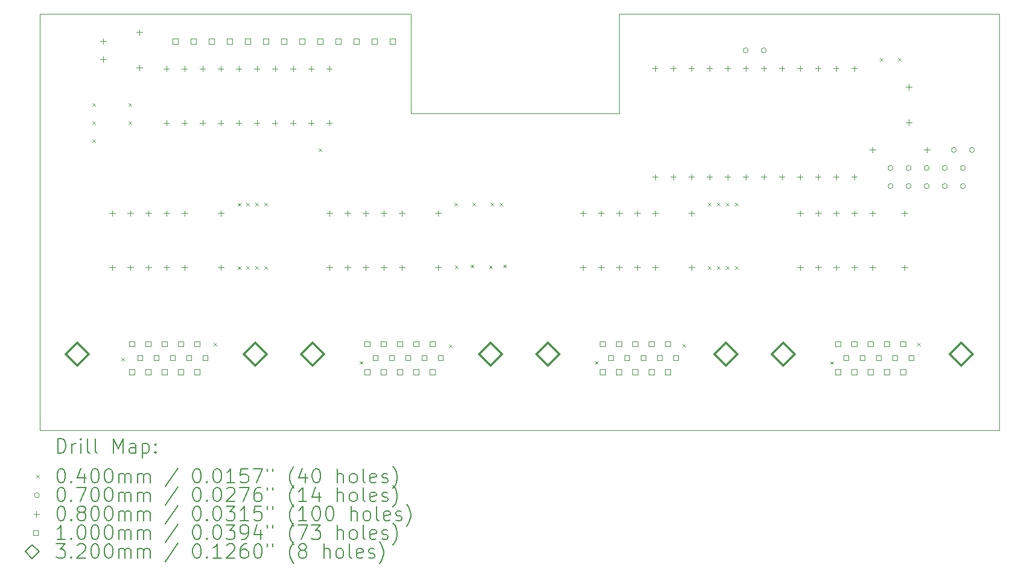
<source format=gbr>
%FSLAX45Y45*%
G04 Gerber Fmt 4.5, Leading zero omitted, Abs format (unit mm)*
G04 Created by KiCad (PCBNEW (6.0.0)) date 2022-03-13 17:59:33*
%MOMM*%
%LPD*%
G01*
G04 APERTURE LIST*
%TA.AperFunction,Profile*%
%ADD10C,0.100000*%
%TD*%
%ADD11C,0.200000*%
%ADD12C,0.040000*%
%ADD13C,0.070000*%
%ADD14C,0.080000*%
%ADD15C,0.100000*%
%ADD16C,0.320000*%
G04 APERTURE END LIST*
D10*
X15240000Y-13208000D02*
X15240000Y-12700000D01*
X9906000Y-12319000D02*
X9906000Y-12573000D01*
X15240000Y-12319000D02*
X15240000Y-12573000D01*
X6985000Y-13716000D02*
X6985000Y-12573000D01*
X9906000Y-12573000D02*
X9906000Y-13716000D01*
X1778000Y-12319000D02*
X1778000Y-18161000D01*
X2159000Y-12319000D02*
X1778000Y-12319000D01*
X9906000Y-12319000D02*
X15240000Y-12319000D01*
X2540000Y-12319000D02*
X2159000Y-12319000D01*
X15240000Y-18161000D02*
X15240000Y-13208000D01*
X1778000Y-18161000D02*
X15240000Y-18161000D01*
X15240000Y-12700000D02*
X15240000Y-12573000D01*
X9906000Y-13716000D02*
X6985000Y-13716000D01*
X6985000Y-12573000D02*
X6985000Y-12319000D01*
X6985000Y-12319000D02*
X2540000Y-12319000D01*
D11*
D12*
X2520000Y-13569000D02*
X2560000Y-13609000D01*
X2560000Y-13569000D02*
X2520000Y-13609000D01*
X2520000Y-13823000D02*
X2560000Y-13863000D01*
X2560000Y-13823000D02*
X2520000Y-13863000D01*
X2520000Y-14077000D02*
X2560000Y-14117000D01*
X2560000Y-14077000D02*
X2520000Y-14117000D01*
X2921320Y-17145320D02*
X2961320Y-17185320D01*
X2961320Y-17145320D02*
X2921320Y-17185320D01*
X3028000Y-13569000D02*
X3068000Y-13609000D01*
X3068000Y-13569000D02*
X3028000Y-13609000D01*
X3028000Y-13823000D02*
X3068000Y-13863000D01*
X3068000Y-13823000D02*
X3028000Y-13863000D01*
X4220530Y-16928150D02*
X4260530Y-16968150D01*
X4260530Y-16928150D02*
X4220530Y-16968150D01*
X4557080Y-14971080D02*
X4597080Y-15011080D01*
X4597080Y-14971080D02*
X4557080Y-15011080D01*
X4557080Y-15860080D02*
X4597080Y-15900080D01*
X4597080Y-15860080D02*
X4557080Y-15900080D01*
X4679000Y-14966000D02*
X4719000Y-15006000D01*
X4719000Y-14966000D02*
X4679000Y-15006000D01*
X4679000Y-15855000D02*
X4719000Y-15895000D01*
X4719000Y-15855000D02*
X4679000Y-15895000D01*
X4806000Y-14966000D02*
X4846000Y-15006000D01*
X4846000Y-14966000D02*
X4806000Y-15006000D01*
X4806000Y-15855000D02*
X4846000Y-15895000D01*
X4846000Y-15855000D02*
X4806000Y-15895000D01*
X4933000Y-14966000D02*
X4973000Y-15006000D01*
X4973000Y-14966000D02*
X4933000Y-15006000D01*
X4933000Y-15855000D02*
X4973000Y-15895000D01*
X4973000Y-15855000D02*
X4933000Y-15895000D01*
X5695000Y-14204000D02*
X5735000Y-14244000D01*
X5735000Y-14204000D02*
X5695000Y-14244000D01*
X6266500Y-17188500D02*
X6306500Y-17228500D01*
X6306500Y-17188500D02*
X6266500Y-17228500D01*
X7523800Y-16957360D02*
X7563800Y-16997360D01*
X7563800Y-16957360D02*
X7523800Y-16997360D01*
X7600000Y-14966000D02*
X7640000Y-15006000D01*
X7640000Y-14966000D02*
X7600000Y-15006000D01*
X7607620Y-15847380D02*
X7647620Y-15887380D01*
X7647620Y-15847380D02*
X7607620Y-15887380D01*
X7823520Y-15834680D02*
X7863520Y-15874680D01*
X7863520Y-15834680D02*
X7823520Y-15874680D01*
X7854000Y-14966000D02*
X7894000Y-15006000D01*
X7894000Y-14966000D02*
X7854000Y-15006000D01*
X8085140Y-15844840D02*
X8125140Y-15884840D01*
X8125140Y-15844840D02*
X8085140Y-15884840D01*
X8108000Y-14966000D02*
X8148000Y-15006000D01*
X8148000Y-14966000D02*
X8108000Y-15006000D01*
X8235000Y-14966000D02*
X8275000Y-15006000D01*
X8275000Y-14966000D02*
X8235000Y-15006000D01*
X8283260Y-15834680D02*
X8323260Y-15874680D01*
X8323260Y-15834680D02*
X8283260Y-15874680D01*
X9568500Y-17188500D02*
X9608500Y-17228500D01*
X9608500Y-17188500D02*
X9568500Y-17228500D01*
X10797860Y-16947200D02*
X10837860Y-16987200D01*
X10837860Y-16947200D02*
X10797860Y-16987200D01*
X11156000Y-14966000D02*
X11196000Y-15006000D01*
X11196000Y-14966000D02*
X11156000Y-15006000D01*
X11156000Y-15855000D02*
X11196000Y-15895000D01*
X11196000Y-15855000D02*
X11156000Y-15895000D01*
X11283000Y-14966000D02*
X11323000Y-15006000D01*
X11323000Y-14966000D02*
X11283000Y-15006000D01*
X11283000Y-15855000D02*
X11323000Y-15895000D01*
X11323000Y-15855000D02*
X11283000Y-15895000D01*
X11410000Y-14966000D02*
X11450000Y-15006000D01*
X11450000Y-14966000D02*
X11410000Y-15006000D01*
X11410000Y-15855000D02*
X11450000Y-15895000D01*
X11450000Y-15855000D02*
X11410000Y-15895000D01*
X11537000Y-14966000D02*
X11577000Y-15006000D01*
X11577000Y-14966000D02*
X11537000Y-15006000D01*
X11537000Y-15855000D02*
X11577000Y-15895000D01*
X11577000Y-15855000D02*
X11537000Y-15895000D01*
X12870500Y-17188500D02*
X12910500Y-17228500D01*
X12910500Y-17188500D02*
X12870500Y-17228500D01*
X13569000Y-12934000D02*
X13609000Y-12974000D01*
X13609000Y-12934000D02*
X13569000Y-12974000D01*
X13823000Y-12934000D02*
X13863000Y-12974000D01*
X13863000Y-12934000D02*
X13823000Y-12974000D01*
X14089700Y-16929420D02*
X14129700Y-16969420D01*
X14129700Y-16929420D02*
X14089700Y-16969420D01*
D13*
X11719000Y-12827000D02*
G75*
G03*
X11719000Y-12827000I-35000J0D01*
G01*
X11973000Y-12827000D02*
G75*
G03*
X11973000Y-12827000I-35000J0D01*
G01*
X13751000Y-14478000D02*
G75*
G03*
X13751000Y-14478000I-35000J0D01*
G01*
X13751000Y-14732000D02*
G75*
G03*
X13751000Y-14732000I-35000J0D01*
G01*
X14005000Y-14478000D02*
G75*
G03*
X14005000Y-14478000I-35000J0D01*
G01*
X14005000Y-14732000D02*
G75*
G03*
X14005000Y-14732000I-35000J0D01*
G01*
X14259000Y-14478000D02*
G75*
G03*
X14259000Y-14478000I-35000J0D01*
G01*
X14259000Y-14732000D02*
G75*
G03*
X14259000Y-14732000I-35000J0D01*
G01*
X14513000Y-14478000D02*
G75*
G03*
X14513000Y-14478000I-35000J0D01*
G01*
X14513000Y-14732000D02*
G75*
G03*
X14513000Y-14732000I-35000J0D01*
G01*
X14640000Y-14224000D02*
G75*
G03*
X14640000Y-14224000I-35000J0D01*
G01*
X14767000Y-14478000D02*
G75*
G03*
X14767000Y-14478000I-35000J0D01*
G01*
X14767000Y-14732000D02*
G75*
G03*
X14767000Y-14732000I-35000J0D01*
G01*
X14894000Y-14224000D02*
G75*
G03*
X14894000Y-14224000I-35000J0D01*
G01*
D14*
X2667000Y-12660000D02*
X2667000Y-12740000D01*
X2627000Y-12700000D02*
X2707000Y-12700000D01*
X2667000Y-12910000D02*
X2667000Y-12990000D01*
X2627000Y-12950000D02*
X2707000Y-12950000D01*
X2794000Y-15073000D02*
X2794000Y-15153000D01*
X2754000Y-15113000D02*
X2834000Y-15113000D01*
X2794000Y-15835000D02*
X2794000Y-15915000D01*
X2754000Y-15875000D02*
X2834000Y-15875000D01*
X3048000Y-15073000D02*
X3048000Y-15153000D01*
X3008000Y-15113000D02*
X3088000Y-15113000D01*
X3048000Y-15835000D02*
X3048000Y-15915000D01*
X3008000Y-15875000D02*
X3088000Y-15875000D01*
X3175000Y-12533000D02*
X3175000Y-12613000D01*
X3135000Y-12573000D02*
X3215000Y-12573000D01*
X3175000Y-13033000D02*
X3175000Y-13113000D01*
X3135000Y-13073000D02*
X3215000Y-13073000D01*
X3302000Y-15073000D02*
X3302000Y-15153000D01*
X3262000Y-15113000D02*
X3342000Y-15113000D01*
X3302000Y-15835000D02*
X3302000Y-15915000D01*
X3262000Y-15875000D02*
X3342000Y-15875000D01*
X3555500Y-13042000D02*
X3555500Y-13122000D01*
X3515500Y-13082000D02*
X3595500Y-13082000D01*
X3555500Y-13804000D02*
X3555500Y-13884000D01*
X3515500Y-13844000D02*
X3595500Y-13844000D01*
X3556000Y-15073000D02*
X3556000Y-15153000D01*
X3516000Y-15113000D02*
X3596000Y-15113000D01*
X3556000Y-15835000D02*
X3556000Y-15915000D01*
X3516000Y-15875000D02*
X3596000Y-15875000D01*
X3809500Y-13042000D02*
X3809500Y-13122000D01*
X3769500Y-13082000D02*
X3849500Y-13082000D01*
X3809500Y-13804000D02*
X3809500Y-13884000D01*
X3769500Y-13844000D02*
X3849500Y-13844000D01*
X3810000Y-15073000D02*
X3810000Y-15153000D01*
X3770000Y-15113000D02*
X3850000Y-15113000D01*
X3810000Y-15835000D02*
X3810000Y-15915000D01*
X3770000Y-15875000D02*
X3850000Y-15875000D01*
X4063500Y-13042000D02*
X4063500Y-13122000D01*
X4023500Y-13082000D02*
X4103500Y-13082000D01*
X4063500Y-13804000D02*
X4063500Y-13884000D01*
X4023500Y-13844000D02*
X4103500Y-13844000D01*
X4317500Y-13042000D02*
X4317500Y-13122000D01*
X4277500Y-13082000D02*
X4357500Y-13082000D01*
X4317500Y-13804000D02*
X4317500Y-13884000D01*
X4277500Y-13844000D02*
X4357500Y-13844000D01*
X4318000Y-15073000D02*
X4318000Y-15153000D01*
X4278000Y-15113000D02*
X4358000Y-15113000D01*
X4318000Y-15835000D02*
X4318000Y-15915000D01*
X4278000Y-15875000D02*
X4358000Y-15875000D01*
X4571500Y-13042000D02*
X4571500Y-13122000D01*
X4531500Y-13082000D02*
X4611500Y-13082000D01*
X4571500Y-13804000D02*
X4571500Y-13884000D01*
X4531500Y-13844000D02*
X4611500Y-13844000D01*
X4825500Y-13042000D02*
X4825500Y-13122000D01*
X4785500Y-13082000D02*
X4865500Y-13082000D01*
X4825500Y-13804000D02*
X4825500Y-13884000D01*
X4785500Y-13844000D02*
X4865500Y-13844000D01*
X5079500Y-13042000D02*
X5079500Y-13122000D01*
X5039500Y-13082000D02*
X5119500Y-13082000D01*
X5079500Y-13804000D02*
X5079500Y-13884000D01*
X5039500Y-13844000D02*
X5119500Y-13844000D01*
X5333500Y-13042000D02*
X5333500Y-13122000D01*
X5293500Y-13082000D02*
X5373500Y-13082000D01*
X5333500Y-13804000D02*
X5333500Y-13884000D01*
X5293500Y-13844000D02*
X5373500Y-13844000D01*
X5587500Y-13042000D02*
X5587500Y-13122000D01*
X5547500Y-13082000D02*
X5627500Y-13082000D01*
X5587500Y-13804000D02*
X5587500Y-13884000D01*
X5547500Y-13844000D02*
X5627500Y-13844000D01*
X5841500Y-13042000D02*
X5841500Y-13122000D01*
X5801500Y-13082000D02*
X5881500Y-13082000D01*
X5841500Y-13804000D02*
X5841500Y-13884000D01*
X5801500Y-13844000D02*
X5881500Y-13844000D01*
X5842000Y-15073000D02*
X5842000Y-15153000D01*
X5802000Y-15113000D02*
X5882000Y-15113000D01*
X5842000Y-15835000D02*
X5842000Y-15915000D01*
X5802000Y-15875000D02*
X5882000Y-15875000D01*
X6096000Y-15073000D02*
X6096000Y-15153000D01*
X6056000Y-15113000D02*
X6136000Y-15113000D01*
X6096000Y-15835000D02*
X6096000Y-15915000D01*
X6056000Y-15875000D02*
X6136000Y-15875000D01*
X6350000Y-15073000D02*
X6350000Y-15153000D01*
X6310000Y-15113000D02*
X6390000Y-15113000D01*
X6350000Y-15835000D02*
X6350000Y-15915000D01*
X6310000Y-15875000D02*
X6390000Y-15875000D01*
X6604000Y-15073000D02*
X6604000Y-15153000D01*
X6564000Y-15113000D02*
X6644000Y-15113000D01*
X6604000Y-15835000D02*
X6604000Y-15915000D01*
X6564000Y-15875000D02*
X6644000Y-15875000D01*
X6858000Y-15073000D02*
X6858000Y-15153000D01*
X6818000Y-15113000D02*
X6898000Y-15113000D01*
X6858000Y-15835000D02*
X6858000Y-15915000D01*
X6818000Y-15875000D02*
X6898000Y-15875000D01*
X7366000Y-15073000D02*
X7366000Y-15153000D01*
X7326000Y-15113000D02*
X7406000Y-15113000D01*
X7366000Y-15835000D02*
X7366000Y-15915000D01*
X7326000Y-15875000D02*
X7406000Y-15875000D01*
X9398000Y-15073000D02*
X9398000Y-15153000D01*
X9358000Y-15113000D02*
X9438000Y-15113000D01*
X9398000Y-15835000D02*
X9398000Y-15915000D01*
X9358000Y-15875000D02*
X9438000Y-15875000D01*
X9652000Y-15073000D02*
X9652000Y-15153000D01*
X9612000Y-15113000D02*
X9692000Y-15113000D01*
X9652000Y-15835000D02*
X9652000Y-15915000D01*
X9612000Y-15875000D02*
X9692000Y-15875000D01*
X9906000Y-15073000D02*
X9906000Y-15153000D01*
X9866000Y-15113000D02*
X9946000Y-15113000D01*
X9906000Y-15835000D02*
X9906000Y-15915000D01*
X9866000Y-15875000D02*
X9946000Y-15875000D01*
X10160000Y-15073000D02*
X10160000Y-15153000D01*
X10120000Y-15113000D02*
X10200000Y-15113000D01*
X10160000Y-15835000D02*
X10160000Y-15915000D01*
X10120000Y-15875000D02*
X10200000Y-15875000D01*
X10413500Y-13041500D02*
X10413500Y-13121500D01*
X10373500Y-13081500D02*
X10453500Y-13081500D01*
X10413500Y-14565500D02*
X10413500Y-14645500D01*
X10373500Y-14605500D02*
X10453500Y-14605500D01*
X10414000Y-15073000D02*
X10414000Y-15153000D01*
X10374000Y-15113000D02*
X10454000Y-15113000D01*
X10414000Y-15835000D02*
X10414000Y-15915000D01*
X10374000Y-15875000D02*
X10454000Y-15875000D01*
X10667500Y-13041500D02*
X10667500Y-13121500D01*
X10627500Y-13081500D02*
X10707500Y-13081500D01*
X10667500Y-14565500D02*
X10667500Y-14645500D01*
X10627500Y-14605500D02*
X10707500Y-14605500D01*
X10921500Y-13041500D02*
X10921500Y-13121500D01*
X10881500Y-13081500D02*
X10961500Y-13081500D01*
X10921500Y-14565500D02*
X10921500Y-14645500D01*
X10881500Y-14605500D02*
X10961500Y-14605500D01*
X10922000Y-15073000D02*
X10922000Y-15153000D01*
X10882000Y-15113000D02*
X10962000Y-15113000D01*
X10922000Y-15835000D02*
X10922000Y-15915000D01*
X10882000Y-15875000D02*
X10962000Y-15875000D01*
X11175500Y-13041500D02*
X11175500Y-13121500D01*
X11135500Y-13081500D02*
X11215500Y-13081500D01*
X11175500Y-14565500D02*
X11175500Y-14645500D01*
X11135500Y-14605500D02*
X11215500Y-14605500D01*
X11429500Y-13041500D02*
X11429500Y-13121500D01*
X11389500Y-13081500D02*
X11469500Y-13081500D01*
X11429500Y-14565500D02*
X11429500Y-14645500D01*
X11389500Y-14605500D02*
X11469500Y-14605500D01*
X11683500Y-13041500D02*
X11683500Y-13121500D01*
X11643500Y-13081500D02*
X11723500Y-13081500D01*
X11683500Y-14565500D02*
X11683500Y-14645500D01*
X11643500Y-14605500D02*
X11723500Y-14605500D01*
X11937500Y-13041500D02*
X11937500Y-13121500D01*
X11897500Y-13081500D02*
X11977500Y-13081500D01*
X11937500Y-14565500D02*
X11937500Y-14645500D01*
X11897500Y-14605500D02*
X11977500Y-14605500D01*
X12191500Y-13041500D02*
X12191500Y-13121500D01*
X12151500Y-13081500D02*
X12231500Y-13081500D01*
X12191500Y-14565500D02*
X12191500Y-14645500D01*
X12151500Y-14605500D02*
X12231500Y-14605500D01*
X12445500Y-13041500D02*
X12445500Y-13121500D01*
X12405500Y-13081500D02*
X12485500Y-13081500D01*
X12445500Y-14565500D02*
X12445500Y-14645500D01*
X12405500Y-14605500D02*
X12485500Y-14605500D01*
X12446000Y-15073000D02*
X12446000Y-15153000D01*
X12406000Y-15113000D02*
X12486000Y-15113000D01*
X12446000Y-15835000D02*
X12446000Y-15915000D01*
X12406000Y-15875000D02*
X12486000Y-15875000D01*
X12699500Y-13041500D02*
X12699500Y-13121500D01*
X12659500Y-13081500D02*
X12739500Y-13081500D01*
X12699500Y-14565500D02*
X12699500Y-14645500D01*
X12659500Y-14605500D02*
X12739500Y-14605500D01*
X12700000Y-15073000D02*
X12700000Y-15153000D01*
X12660000Y-15113000D02*
X12740000Y-15113000D01*
X12700000Y-15835000D02*
X12700000Y-15915000D01*
X12660000Y-15875000D02*
X12740000Y-15875000D01*
X12953500Y-13041500D02*
X12953500Y-13121500D01*
X12913500Y-13081500D02*
X12993500Y-13081500D01*
X12953500Y-14565500D02*
X12953500Y-14645500D01*
X12913500Y-14605500D02*
X12993500Y-14605500D01*
X12954000Y-15073000D02*
X12954000Y-15153000D01*
X12914000Y-15113000D02*
X12994000Y-15113000D01*
X12954000Y-15835000D02*
X12954000Y-15915000D01*
X12914000Y-15875000D02*
X12994000Y-15875000D01*
X13207500Y-13041500D02*
X13207500Y-13121500D01*
X13167500Y-13081500D02*
X13247500Y-13081500D01*
X13207500Y-14565500D02*
X13207500Y-14645500D01*
X13167500Y-14605500D02*
X13247500Y-14605500D01*
X13208000Y-15073000D02*
X13208000Y-15153000D01*
X13168000Y-15113000D02*
X13248000Y-15113000D01*
X13208000Y-15835000D02*
X13208000Y-15915000D01*
X13168000Y-15875000D02*
X13248000Y-15875000D01*
X13462000Y-14184000D02*
X13462000Y-14264000D01*
X13422000Y-14224000D02*
X13502000Y-14224000D01*
X13462000Y-15073000D02*
X13462000Y-15153000D01*
X13422000Y-15113000D02*
X13502000Y-15113000D01*
X13462000Y-15835000D02*
X13462000Y-15915000D01*
X13422000Y-15875000D02*
X13502000Y-15875000D01*
X13914000Y-15073000D02*
X13914000Y-15153000D01*
X13874000Y-15113000D02*
X13954000Y-15113000D01*
X13914000Y-15835000D02*
X13914000Y-15915000D01*
X13874000Y-15875000D02*
X13954000Y-15875000D01*
X13970000Y-13299000D02*
X13970000Y-13379000D01*
X13930000Y-13339000D02*
X14010000Y-13339000D01*
X13970000Y-13799000D02*
X13970000Y-13879000D01*
X13930000Y-13839000D02*
X14010000Y-13839000D01*
X14224000Y-14184000D02*
X14224000Y-14264000D01*
X14184000Y-14224000D02*
X14264000Y-14224000D01*
D15*
X3105356Y-16981323D02*
X3105356Y-16910611D01*
X3034644Y-16910611D01*
X3034644Y-16981323D01*
X3105356Y-16981323D01*
X3105356Y-17377323D02*
X3105356Y-17306611D01*
X3034644Y-17306611D01*
X3034644Y-17377323D01*
X3105356Y-17377323D01*
X3219856Y-17179323D02*
X3219856Y-17108611D01*
X3149144Y-17108611D01*
X3149144Y-17179323D01*
X3219856Y-17179323D01*
X3334356Y-16981323D02*
X3334356Y-16910611D01*
X3263644Y-16910611D01*
X3263644Y-16981323D01*
X3334356Y-16981323D01*
X3334356Y-17377323D02*
X3334356Y-17306611D01*
X3263644Y-17306611D01*
X3263644Y-17377323D01*
X3334356Y-17377323D01*
X3448856Y-17179323D02*
X3448856Y-17108611D01*
X3378144Y-17108611D01*
X3378144Y-17179323D01*
X3448856Y-17179323D01*
X3563356Y-16981323D02*
X3563356Y-16910611D01*
X3492644Y-16910611D01*
X3492644Y-16981323D01*
X3563356Y-16981323D01*
X3563356Y-17377323D02*
X3563356Y-17306611D01*
X3492644Y-17306611D01*
X3492644Y-17377323D01*
X3563356Y-17377323D01*
X3677856Y-17179323D02*
X3677856Y-17108611D01*
X3607144Y-17108611D01*
X3607144Y-17179323D01*
X3677856Y-17179323D01*
X3716356Y-12736356D02*
X3716356Y-12665644D01*
X3645644Y-12665644D01*
X3645644Y-12736356D01*
X3716356Y-12736356D01*
X3792356Y-16981323D02*
X3792356Y-16910611D01*
X3721644Y-16910611D01*
X3721644Y-16981323D01*
X3792356Y-16981323D01*
X3792356Y-17377323D02*
X3792356Y-17306611D01*
X3721644Y-17306611D01*
X3721644Y-17377323D01*
X3792356Y-17377323D01*
X3906856Y-17179323D02*
X3906856Y-17108611D01*
X3836144Y-17108611D01*
X3836144Y-17179323D01*
X3906856Y-17179323D01*
X3970356Y-12736356D02*
X3970356Y-12665644D01*
X3899644Y-12665644D01*
X3899644Y-12736356D01*
X3970356Y-12736356D01*
X4021356Y-16981323D02*
X4021356Y-16910611D01*
X3950644Y-16910611D01*
X3950644Y-16981323D01*
X4021356Y-16981323D01*
X4021356Y-17377323D02*
X4021356Y-17306611D01*
X3950644Y-17306611D01*
X3950644Y-17377323D01*
X4021356Y-17377323D01*
X4135856Y-17179323D02*
X4135856Y-17108611D01*
X4065144Y-17108611D01*
X4065144Y-17179323D01*
X4135856Y-17179323D01*
X4224356Y-12736356D02*
X4224356Y-12665644D01*
X4153644Y-12665644D01*
X4153644Y-12736356D01*
X4224356Y-12736356D01*
X4478356Y-12736356D02*
X4478356Y-12665644D01*
X4407644Y-12665644D01*
X4407644Y-12736356D01*
X4478356Y-12736356D01*
X4732356Y-12736356D02*
X4732356Y-12665644D01*
X4661644Y-12665644D01*
X4661644Y-12736356D01*
X4732356Y-12736356D01*
X4986356Y-12736356D02*
X4986356Y-12665644D01*
X4915644Y-12665644D01*
X4915644Y-12736356D01*
X4986356Y-12736356D01*
X5240356Y-12736356D02*
X5240356Y-12665644D01*
X5169644Y-12665644D01*
X5169644Y-12736356D01*
X5240356Y-12736356D01*
X5494356Y-12736356D02*
X5494356Y-12665644D01*
X5423644Y-12665644D01*
X5423644Y-12736356D01*
X5494356Y-12736356D01*
X5748356Y-12736356D02*
X5748356Y-12665644D01*
X5677644Y-12665644D01*
X5677644Y-12736356D01*
X5748356Y-12736356D01*
X6002356Y-12736356D02*
X6002356Y-12665644D01*
X5931644Y-12665644D01*
X5931644Y-12736356D01*
X6002356Y-12736356D01*
X6256356Y-12736356D02*
X6256356Y-12665644D01*
X6185644Y-12665644D01*
X6185644Y-12736356D01*
X6256356Y-12736356D01*
X6407356Y-16981323D02*
X6407356Y-16910611D01*
X6336644Y-16910611D01*
X6336644Y-16981323D01*
X6407356Y-16981323D01*
X6407356Y-17377323D02*
X6407356Y-17306611D01*
X6336644Y-17306611D01*
X6336644Y-17377323D01*
X6407356Y-17377323D01*
X6510356Y-12736356D02*
X6510356Y-12665644D01*
X6439644Y-12665644D01*
X6439644Y-12736356D01*
X6510356Y-12736356D01*
X6521856Y-17179323D02*
X6521856Y-17108611D01*
X6451144Y-17108611D01*
X6451144Y-17179323D01*
X6521856Y-17179323D01*
X6636356Y-16981323D02*
X6636356Y-16910611D01*
X6565644Y-16910611D01*
X6565644Y-16981323D01*
X6636356Y-16981323D01*
X6636356Y-17377323D02*
X6636356Y-17306611D01*
X6565644Y-17306611D01*
X6565644Y-17377323D01*
X6636356Y-17377323D01*
X6750856Y-17179323D02*
X6750856Y-17108611D01*
X6680144Y-17108611D01*
X6680144Y-17179323D01*
X6750856Y-17179323D01*
X6764356Y-12736356D02*
X6764356Y-12665644D01*
X6693644Y-12665644D01*
X6693644Y-12736356D01*
X6764356Y-12736356D01*
X6865356Y-16981323D02*
X6865356Y-16910611D01*
X6794644Y-16910611D01*
X6794644Y-16981323D01*
X6865356Y-16981323D01*
X6865356Y-17377323D02*
X6865356Y-17306611D01*
X6794644Y-17306611D01*
X6794644Y-17377323D01*
X6865356Y-17377323D01*
X6979856Y-17179323D02*
X6979856Y-17108611D01*
X6909144Y-17108611D01*
X6909144Y-17179323D01*
X6979856Y-17179323D01*
X7094356Y-16981323D02*
X7094356Y-16910611D01*
X7023644Y-16910611D01*
X7023644Y-16981323D01*
X7094356Y-16981323D01*
X7094356Y-17377323D02*
X7094356Y-17306611D01*
X7023644Y-17306611D01*
X7023644Y-17377323D01*
X7094356Y-17377323D01*
X7208856Y-17179323D02*
X7208856Y-17108611D01*
X7138144Y-17108611D01*
X7138144Y-17179323D01*
X7208856Y-17179323D01*
X7323356Y-16981323D02*
X7323356Y-16910611D01*
X7252644Y-16910611D01*
X7252644Y-16981323D01*
X7323356Y-16981323D01*
X7323356Y-17377323D02*
X7323356Y-17306611D01*
X7252644Y-17306611D01*
X7252644Y-17377323D01*
X7323356Y-17377323D01*
X7437856Y-17179323D02*
X7437856Y-17108611D01*
X7367144Y-17108611D01*
X7367144Y-17179323D01*
X7437856Y-17179323D01*
X9709356Y-16981323D02*
X9709356Y-16910611D01*
X9638644Y-16910611D01*
X9638644Y-16981323D01*
X9709356Y-16981323D01*
X9709356Y-17377323D02*
X9709356Y-17306611D01*
X9638644Y-17306611D01*
X9638644Y-17377323D01*
X9709356Y-17377323D01*
X9823856Y-17179323D02*
X9823856Y-17108611D01*
X9753144Y-17108611D01*
X9753144Y-17179323D01*
X9823856Y-17179323D01*
X9938356Y-16981323D02*
X9938356Y-16910611D01*
X9867644Y-16910611D01*
X9867644Y-16981323D01*
X9938356Y-16981323D01*
X9938356Y-17377323D02*
X9938356Y-17306611D01*
X9867644Y-17306611D01*
X9867644Y-17377323D01*
X9938356Y-17377323D01*
X10052856Y-17179323D02*
X10052856Y-17108611D01*
X9982144Y-17108611D01*
X9982144Y-17179323D01*
X10052856Y-17179323D01*
X10167356Y-16981323D02*
X10167356Y-16910611D01*
X10096644Y-16910611D01*
X10096644Y-16981323D01*
X10167356Y-16981323D01*
X10167356Y-17377323D02*
X10167356Y-17306611D01*
X10096644Y-17306611D01*
X10096644Y-17377323D01*
X10167356Y-17377323D01*
X10281856Y-17179323D02*
X10281856Y-17108611D01*
X10211144Y-17108611D01*
X10211144Y-17179323D01*
X10281856Y-17179323D01*
X10396356Y-16981323D02*
X10396356Y-16910611D01*
X10325644Y-16910611D01*
X10325644Y-16981323D01*
X10396356Y-16981323D01*
X10396356Y-17377323D02*
X10396356Y-17306611D01*
X10325644Y-17306611D01*
X10325644Y-17377323D01*
X10396356Y-17377323D01*
X10510856Y-17179323D02*
X10510856Y-17108611D01*
X10440144Y-17108611D01*
X10440144Y-17179323D01*
X10510856Y-17179323D01*
X10625356Y-16981323D02*
X10625356Y-16910611D01*
X10554644Y-16910611D01*
X10554644Y-16981323D01*
X10625356Y-16981323D01*
X10625356Y-17377323D02*
X10625356Y-17306611D01*
X10554644Y-17306611D01*
X10554644Y-17377323D01*
X10625356Y-17377323D01*
X10739856Y-17179323D02*
X10739856Y-17108611D01*
X10669144Y-17108611D01*
X10669144Y-17179323D01*
X10739856Y-17179323D01*
X13011356Y-16981323D02*
X13011356Y-16910611D01*
X12940644Y-16910611D01*
X12940644Y-16981323D01*
X13011356Y-16981323D01*
X13011356Y-17377323D02*
X13011356Y-17306611D01*
X12940644Y-17306611D01*
X12940644Y-17377323D01*
X13011356Y-17377323D01*
X13125856Y-17179323D02*
X13125856Y-17108611D01*
X13055144Y-17108611D01*
X13055144Y-17179323D01*
X13125856Y-17179323D01*
X13240356Y-16981323D02*
X13240356Y-16910611D01*
X13169644Y-16910611D01*
X13169644Y-16981323D01*
X13240356Y-16981323D01*
X13240356Y-17377323D02*
X13240356Y-17306611D01*
X13169644Y-17306611D01*
X13169644Y-17377323D01*
X13240356Y-17377323D01*
X13354856Y-17179323D02*
X13354856Y-17108611D01*
X13284144Y-17108611D01*
X13284144Y-17179323D01*
X13354856Y-17179323D01*
X13469356Y-16981323D02*
X13469356Y-16910611D01*
X13398644Y-16910611D01*
X13398644Y-16981323D01*
X13469356Y-16981323D01*
X13469356Y-17377323D02*
X13469356Y-17306611D01*
X13398644Y-17306611D01*
X13398644Y-17377323D01*
X13469356Y-17377323D01*
X13583856Y-17179323D02*
X13583856Y-17108611D01*
X13513144Y-17108611D01*
X13513144Y-17179323D01*
X13583856Y-17179323D01*
X13698356Y-16981323D02*
X13698356Y-16910611D01*
X13627644Y-16910611D01*
X13627644Y-16981323D01*
X13698356Y-16981323D01*
X13698356Y-17377323D02*
X13698356Y-17306611D01*
X13627644Y-17306611D01*
X13627644Y-17377323D01*
X13698356Y-17377323D01*
X13812856Y-17179323D02*
X13812856Y-17108611D01*
X13742144Y-17108611D01*
X13742144Y-17179323D01*
X13812856Y-17179323D01*
X13927356Y-16981323D02*
X13927356Y-16910611D01*
X13856644Y-16910611D01*
X13856644Y-16981323D01*
X13927356Y-16981323D01*
X13927356Y-17377323D02*
X13927356Y-17306611D01*
X13856644Y-17306611D01*
X13856644Y-17377323D01*
X13927356Y-17377323D01*
X14041856Y-17179323D02*
X14041856Y-17108611D01*
X13971144Y-17108611D01*
X13971144Y-17179323D01*
X14041856Y-17179323D01*
D16*
X2304500Y-17247967D02*
X2464500Y-17087967D01*
X2304500Y-16927967D01*
X2144500Y-17087967D01*
X2304500Y-17247967D01*
X4804500Y-17247967D02*
X4964500Y-17087967D01*
X4804500Y-16927967D01*
X4644500Y-17087967D01*
X4804500Y-17247967D01*
X5606500Y-17247967D02*
X5766500Y-17087967D01*
X5606500Y-16927967D01*
X5446500Y-17087967D01*
X5606500Y-17247967D01*
X8106500Y-17247967D02*
X8266500Y-17087967D01*
X8106500Y-16927967D01*
X7946500Y-17087967D01*
X8106500Y-17247967D01*
X8908500Y-17247967D02*
X9068500Y-17087967D01*
X8908500Y-16927967D01*
X8748500Y-17087967D01*
X8908500Y-17247967D01*
X11408500Y-17247967D02*
X11568500Y-17087967D01*
X11408500Y-16927967D01*
X11248500Y-17087967D01*
X11408500Y-17247967D01*
X12210500Y-17247967D02*
X12370500Y-17087967D01*
X12210500Y-16927967D01*
X12050500Y-17087967D01*
X12210500Y-17247967D01*
X14710500Y-17247967D02*
X14870500Y-17087967D01*
X14710500Y-16927967D01*
X14550500Y-17087967D01*
X14710500Y-17247967D01*
D11*
X2030619Y-18476476D02*
X2030619Y-18276476D01*
X2078238Y-18276476D01*
X2106810Y-18286000D01*
X2125857Y-18305048D01*
X2135381Y-18324095D01*
X2144905Y-18362190D01*
X2144905Y-18390762D01*
X2135381Y-18428857D01*
X2125857Y-18447905D01*
X2106810Y-18466952D01*
X2078238Y-18476476D01*
X2030619Y-18476476D01*
X2230619Y-18476476D02*
X2230619Y-18343143D01*
X2230619Y-18381238D02*
X2240143Y-18362190D01*
X2249667Y-18352667D01*
X2268714Y-18343143D01*
X2287762Y-18343143D01*
X2354429Y-18476476D02*
X2354429Y-18343143D01*
X2354429Y-18276476D02*
X2344905Y-18286000D01*
X2354429Y-18295524D01*
X2363952Y-18286000D01*
X2354429Y-18276476D01*
X2354429Y-18295524D01*
X2478238Y-18476476D02*
X2459190Y-18466952D01*
X2449667Y-18447905D01*
X2449667Y-18276476D01*
X2583000Y-18476476D02*
X2563952Y-18466952D01*
X2554429Y-18447905D01*
X2554429Y-18276476D01*
X2811571Y-18476476D02*
X2811571Y-18276476D01*
X2878238Y-18419333D01*
X2944905Y-18276476D01*
X2944905Y-18476476D01*
X3125857Y-18476476D02*
X3125857Y-18371714D01*
X3116333Y-18352667D01*
X3097286Y-18343143D01*
X3059190Y-18343143D01*
X3040143Y-18352667D01*
X3125857Y-18466952D02*
X3106809Y-18476476D01*
X3059190Y-18476476D01*
X3040143Y-18466952D01*
X3030619Y-18447905D01*
X3030619Y-18428857D01*
X3040143Y-18409810D01*
X3059190Y-18400286D01*
X3106809Y-18400286D01*
X3125857Y-18390762D01*
X3221095Y-18343143D02*
X3221095Y-18543143D01*
X3221095Y-18352667D02*
X3240143Y-18343143D01*
X3278238Y-18343143D01*
X3297286Y-18352667D01*
X3306809Y-18362190D01*
X3316333Y-18381238D01*
X3316333Y-18438381D01*
X3306809Y-18457429D01*
X3297286Y-18466952D01*
X3278238Y-18476476D01*
X3240143Y-18476476D01*
X3221095Y-18466952D01*
X3402048Y-18457429D02*
X3411571Y-18466952D01*
X3402048Y-18476476D01*
X3392524Y-18466952D01*
X3402048Y-18457429D01*
X3402048Y-18476476D01*
X3402048Y-18352667D02*
X3411571Y-18362190D01*
X3402048Y-18371714D01*
X3392524Y-18362190D01*
X3402048Y-18352667D01*
X3402048Y-18371714D01*
D12*
X1733000Y-18786000D02*
X1773000Y-18826000D01*
X1773000Y-18786000D02*
X1733000Y-18826000D01*
D11*
X2068714Y-18696476D02*
X2087762Y-18696476D01*
X2106810Y-18706000D01*
X2116333Y-18715524D01*
X2125857Y-18734571D01*
X2135381Y-18772667D01*
X2135381Y-18820286D01*
X2125857Y-18858381D01*
X2116333Y-18877429D01*
X2106810Y-18886952D01*
X2087762Y-18896476D01*
X2068714Y-18896476D01*
X2049667Y-18886952D01*
X2040143Y-18877429D01*
X2030619Y-18858381D01*
X2021095Y-18820286D01*
X2021095Y-18772667D01*
X2030619Y-18734571D01*
X2040143Y-18715524D01*
X2049667Y-18706000D01*
X2068714Y-18696476D01*
X2221095Y-18877429D02*
X2230619Y-18886952D01*
X2221095Y-18896476D01*
X2211571Y-18886952D01*
X2221095Y-18877429D01*
X2221095Y-18896476D01*
X2402048Y-18763143D02*
X2402048Y-18896476D01*
X2354429Y-18686952D02*
X2306810Y-18829810D01*
X2430619Y-18829810D01*
X2544905Y-18696476D02*
X2563952Y-18696476D01*
X2583000Y-18706000D01*
X2592524Y-18715524D01*
X2602048Y-18734571D01*
X2611571Y-18772667D01*
X2611571Y-18820286D01*
X2602048Y-18858381D01*
X2592524Y-18877429D01*
X2583000Y-18886952D01*
X2563952Y-18896476D01*
X2544905Y-18896476D01*
X2525857Y-18886952D01*
X2516333Y-18877429D01*
X2506810Y-18858381D01*
X2497286Y-18820286D01*
X2497286Y-18772667D01*
X2506810Y-18734571D01*
X2516333Y-18715524D01*
X2525857Y-18706000D01*
X2544905Y-18696476D01*
X2735381Y-18696476D02*
X2754429Y-18696476D01*
X2773476Y-18706000D01*
X2783000Y-18715524D01*
X2792524Y-18734571D01*
X2802048Y-18772667D01*
X2802048Y-18820286D01*
X2792524Y-18858381D01*
X2783000Y-18877429D01*
X2773476Y-18886952D01*
X2754429Y-18896476D01*
X2735381Y-18896476D01*
X2716333Y-18886952D01*
X2706810Y-18877429D01*
X2697286Y-18858381D01*
X2687762Y-18820286D01*
X2687762Y-18772667D01*
X2697286Y-18734571D01*
X2706810Y-18715524D01*
X2716333Y-18706000D01*
X2735381Y-18696476D01*
X2887762Y-18896476D02*
X2887762Y-18763143D01*
X2887762Y-18782190D02*
X2897286Y-18772667D01*
X2916333Y-18763143D01*
X2944905Y-18763143D01*
X2963952Y-18772667D01*
X2973476Y-18791714D01*
X2973476Y-18896476D01*
X2973476Y-18791714D02*
X2983000Y-18772667D01*
X3002048Y-18763143D01*
X3030619Y-18763143D01*
X3049667Y-18772667D01*
X3059190Y-18791714D01*
X3059190Y-18896476D01*
X3154428Y-18896476D02*
X3154428Y-18763143D01*
X3154428Y-18782190D02*
X3163952Y-18772667D01*
X3183000Y-18763143D01*
X3211571Y-18763143D01*
X3230619Y-18772667D01*
X3240143Y-18791714D01*
X3240143Y-18896476D01*
X3240143Y-18791714D02*
X3249667Y-18772667D01*
X3268714Y-18763143D01*
X3297286Y-18763143D01*
X3316333Y-18772667D01*
X3325857Y-18791714D01*
X3325857Y-18896476D01*
X3716333Y-18686952D02*
X3544905Y-18944095D01*
X3973476Y-18696476D02*
X3992524Y-18696476D01*
X4011571Y-18706000D01*
X4021095Y-18715524D01*
X4030619Y-18734571D01*
X4040143Y-18772667D01*
X4040143Y-18820286D01*
X4030619Y-18858381D01*
X4021095Y-18877429D01*
X4011571Y-18886952D01*
X3992524Y-18896476D01*
X3973476Y-18896476D01*
X3954428Y-18886952D01*
X3944905Y-18877429D01*
X3935381Y-18858381D01*
X3925857Y-18820286D01*
X3925857Y-18772667D01*
X3935381Y-18734571D01*
X3944905Y-18715524D01*
X3954428Y-18706000D01*
X3973476Y-18696476D01*
X4125857Y-18877429D02*
X4135381Y-18886952D01*
X4125857Y-18896476D01*
X4116333Y-18886952D01*
X4125857Y-18877429D01*
X4125857Y-18896476D01*
X4259190Y-18696476D02*
X4278238Y-18696476D01*
X4297286Y-18706000D01*
X4306810Y-18715524D01*
X4316333Y-18734571D01*
X4325857Y-18772667D01*
X4325857Y-18820286D01*
X4316333Y-18858381D01*
X4306810Y-18877429D01*
X4297286Y-18886952D01*
X4278238Y-18896476D01*
X4259190Y-18896476D01*
X4240143Y-18886952D01*
X4230619Y-18877429D01*
X4221095Y-18858381D01*
X4211571Y-18820286D01*
X4211571Y-18772667D01*
X4221095Y-18734571D01*
X4230619Y-18715524D01*
X4240143Y-18706000D01*
X4259190Y-18696476D01*
X4516333Y-18896476D02*
X4402048Y-18896476D01*
X4459190Y-18896476D02*
X4459190Y-18696476D01*
X4440143Y-18725048D01*
X4421095Y-18744095D01*
X4402048Y-18753619D01*
X4697286Y-18696476D02*
X4602048Y-18696476D01*
X4592524Y-18791714D01*
X4602048Y-18782190D01*
X4621095Y-18772667D01*
X4668714Y-18772667D01*
X4687762Y-18782190D01*
X4697286Y-18791714D01*
X4706810Y-18810762D01*
X4706810Y-18858381D01*
X4697286Y-18877429D01*
X4687762Y-18886952D01*
X4668714Y-18896476D01*
X4621095Y-18896476D01*
X4602048Y-18886952D01*
X4592524Y-18877429D01*
X4773476Y-18696476D02*
X4906810Y-18696476D01*
X4821095Y-18896476D01*
X4973476Y-18696476D02*
X4973476Y-18734571D01*
X5049667Y-18696476D02*
X5049667Y-18734571D01*
X5344905Y-18972667D02*
X5335381Y-18963143D01*
X5316333Y-18934571D01*
X5306810Y-18915524D01*
X5297286Y-18886952D01*
X5287762Y-18839333D01*
X5287762Y-18801238D01*
X5297286Y-18753619D01*
X5306810Y-18725048D01*
X5316333Y-18706000D01*
X5335381Y-18677429D01*
X5344905Y-18667905D01*
X5506810Y-18763143D02*
X5506810Y-18896476D01*
X5459190Y-18686952D02*
X5411571Y-18829810D01*
X5535381Y-18829810D01*
X5649667Y-18696476D02*
X5668714Y-18696476D01*
X5687762Y-18706000D01*
X5697286Y-18715524D01*
X5706809Y-18734571D01*
X5716333Y-18772667D01*
X5716333Y-18820286D01*
X5706809Y-18858381D01*
X5697286Y-18877429D01*
X5687762Y-18886952D01*
X5668714Y-18896476D01*
X5649667Y-18896476D01*
X5630619Y-18886952D01*
X5621095Y-18877429D01*
X5611571Y-18858381D01*
X5602048Y-18820286D01*
X5602048Y-18772667D01*
X5611571Y-18734571D01*
X5621095Y-18715524D01*
X5630619Y-18706000D01*
X5649667Y-18696476D01*
X5954428Y-18896476D02*
X5954428Y-18696476D01*
X6040143Y-18896476D02*
X6040143Y-18791714D01*
X6030619Y-18772667D01*
X6011571Y-18763143D01*
X5983000Y-18763143D01*
X5963952Y-18772667D01*
X5954428Y-18782190D01*
X6163952Y-18896476D02*
X6144905Y-18886952D01*
X6135381Y-18877429D01*
X6125857Y-18858381D01*
X6125857Y-18801238D01*
X6135381Y-18782190D01*
X6144905Y-18772667D01*
X6163952Y-18763143D01*
X6192524Y-18763143D01*
X6211571Y-18772667D01*
X6221095Y-18782190D01*
X6230619Y-18801238D01*
X6230619Y-18858381D01*
X6221095Y-18877429D01*
X6211571Y-18886952D01*
X6192524Y-18896476D01*
X6163952Y-18896476D01*
X6344905Y-18896476D02*
X6325857Y-18886952D01*
X6316333Y-18867905D01*
X6316333Y-18696476D01*
X6497286Y-18886952D02*
X6478238Y-18896476D01*
X6440143Y-18896476D01*
X6421095Y-18886952D01*
X6411571Y-18867905D01*
X6411571Y-18791714D01*
X6421095Y-18772667D01*
X6440143Y-18763143D01*
X6478238Y-18763143D01*
X6497286Y-18772667D01*
X6506809Y-18791714D01*
X6506809Y-18810762D01*
X6411571Y-18829810D01*
X6583000Y-18886952D02*
X6602048Y-18896476D01*
X6640143Y-18896476D01*
X6659190Y-18886952D01*
X6668714Y-18867905D01*
X6668714Y-18858381D01*
X6659190Y-18839333D01*
X6640143Y-18829810D01*
X6611571Y-18829810D01*
X6592524Y-18820286D01*
X6583000Y-18801238D01*
X6583000Y-18791714D01*
X6592524Y-18772667D01*
X6611571Y-18763143D01*
X6640143Y-18763143D01*
X6659190Y-18772667D01*
X6735381Y-18972667D02*
X6744905Y-18963143D01*
X6763952Y-18934571D01*
X6773476Y-18915524D01*
X6783000Y-18886952D01*
X6792524Y-18839333D01*
X6792524Y-18801238D01*
X6783000Y-18753619D01*
X6773476Y-18725048D01*
X6763952Y-18706000D01*
X6744905Y-18677429D01*
X6735381Y-18667905D01*
D13*
X1773000Y-19070000D02*
G75*
G03*
X1773000Y-19070000I-35000J0D01*
G01*
D11*
X2068714Y-18960476D02*
X2087762Y-18960476D01*
X2106810Y-18970000D01*
X2116333Y-18979524D01*
X2125857Y-18998571D01*
X2135381Y-19036667D01*
X2135381Y-19084286D01*
X2125857Y-19122381D01*
X2116333Y-19141429D01*
X2106810Y-19150952D01*
X2087762Y-19160476D01*
X2068714Y-19160476D01*
X2049667Y-19150952D01*
X2040143Y-19141429D01*
X2030619Y-19122381D01*
X2021095Y-19084286D01*
X2021095Y-19036667D01*
X2030619Y-18998571D01*
X2040143Y-18979524D01*
X2049667Y-18970000D01*
X2068714Y-18960476D01*
X2221095Y-19141429D02*
X2230619Y-19150952D01*
X2221095Y-19160476D01*
X2211571Y-19150952D01*
X2221095Y-19141429D01*
X2221095Y-19160476D01*
X2297286Y-18960476D02*
X2430619Y-18960476D01*
X2344905Y-19160476D01*
X2544905Y-18960476D02*
X2563952Y-18960476D01*
X2583000Y-18970000D01*
X2592524Y-18979524D01*
X2602048Y-18998571D01*
X2611571Y-19036667D01*
X2611571Y-19084286D01*
X2602048Y-19122381D01*
X2592524Y-19141429D01*
X2583000Y-19150952D01*
X2563952Y-19160476D01*
X2544905Y-19160476D01*
X2525857Y-19150952D01*
X2516333Y-19141429D01*
X2506810Y-19122381D01*
X2497286Y-19084286D01*
X2497286Y-19036667D01*
X2506810Y-18998571D01*
X2516333Y-18979524D01*
X2525857Y-18970000D01*
X2544905Y-18960476D01*
X2735381Y-18960476D02*
X2754429Y-18960476D01*
X2773476Y-18970000D01*
X2783000Y-18979524D01*
X2792524Y-18998571D01*
X2802048Y-19036667D01*
X2802048Y-19084286D01*
X2792524Y-19122381D01*
X2783000Y-19141429D01*
X2773476Y-19150952D01*
X2754429Y-19160476D01*
X2735381Y-19160476D01*
X2716333Y-19150952D01*
X2706810Y-19141429D01*
X2697286Y-19122381D01*
X2687762Y-19084286D01*
X2687762Y-19036667D01*
X2697286Y-18998571D01*
X2706810Y-18979524D01*
X2716333Y-18970000D01*
X2735381Y-18960476D01*
X2887762Y-19160476D02*
X2887762Y-19027143D01*
X2887762Y-19046190D02*
X2897286Y-19036667D01*
X2916333Y-19027143D01*
X2944905Y-19027143D01*
X2963952Y-19036667D01*
X2973476Y-19055714D01*
X2973476Y-19160476D01*
X2973476Y-19055714D02*
X2983000Y-19036667D01*
X3002048Y-19027143D01*
X3030619Y-19027143D01*
X3049667Y-19036667D01*
X3059190Y-19055714D01*
X3059190Y-19160476D01*
X3154428Y-19160476D02*
X3154428Y-19027143D01*
X3154428Y-19046190D02*
X3163952Y-19036667D01*
X3183000Y-19027143D01*
X3211571Y-19027143D01*
X3230619Y-19036667D01*
X3240143Y-19055714D01*
X3240143Y-19160476D01*
X3240143Y-19055714D02*
X3249667Y-19036667D01*
X3268714Y-19027143D01*
X3297286Y-19027143D01*
X3316333Y-19036667D01*
X3325857Y-19055714D01*
X3325857Y-19160476D01*
X3716333Y-18950952D02*
X3544905Y-19208095D01*
X3973476Y-18960476D02*
X3992524Y-18960476D01*
X4011571Y-18970000D01*
X4021095Y-18979524D01*
X4030619Y-18998571D01*
X4040143Y-19036667D01*
X4040143Y-19084286D01*
X4030619Y-19122381D01*
X4021095Y-19141429D01*
X4011571Y-19150952D01*
X3992524Y-19160476D01*
X3973476Y-19160476D01*
X3954428Y-19150952D01*
X3944905Y-19141429D01*
X3935381Y-19122381D01*
X3925857Y-19084286D01*
X3925857Y-19036667D01*
X3935381Y-18998571D01*
X3944905Y-18979524D01*
X3954428Y-18970000D01*
X3973476Y-18960476D01*
X4125857Y-19141429D02*
X4135381Y-19150952D01*
X4125857Y-19160476D01*
X4116333Y-19150952D01*
X4125857Y-19141429D01*
X4125857Y-19160476D01*
X4259190Y-18960476D02*
X4278238Y-18960476D01*
X4297286Y-18970000D01*
X4306810Y-18979524D01*
X4316333Y-18998571D01*
X4325857Y-19036667D01*
X4325857Y-19084286D01*
X4316333Y-19122381D01*
X4306810Y-19141429D01*
X4297286Y-19150952D01*
X4278238Y-19160476D01*
X4259190Y-19160476D01*
X4240143Y-19150952D01*
X4230619Y-19141429D01*
X4221095Y-19122381D01*
X4211571Y-19084286D01*
X4211571Y-19036667D01*
X4221095Y-18998571D01*
X4230619Y-18979524D01*
X4240143Y-18970000D01*
X4259190Y-18960476D01*
X4402048Y-18979524D02*
X4411571Y-18970000D01*
X4430619Y-18960476D01*
X4478238Y-18960476D01*
X4497286Y-18970000D01*
X4506810Y-18979524D01*
X4516333Y-18998571D01*
X4516333Y-19017619D01*
X4506810Y-19046190D01*
X4392524Y-19160476D01*
X4516333Y-19160476D01*
X4583000Y-18960476D02*
X4716333Y-18960476D01*
X4630619Y-19160476D01*
X4878238Y-18960476D02*
X4840143Y-18960476D01*
X4821095Y-18970000D01*
X4811571Y-18979524D01*
X4792524Y-19008095D01*
X4783000Y-19046190D01*
X4783000Y-19122381D01*
X4792524Y-19141429D01*
X4802048Y-19150952D01*
X4821095Y-19160476D01*
X4859190Y-19160476D01*
X4878238Y-19150952D01*
X4887762Y-19141429D01*
X4897286Y-19122381D01*
X4897286Y-19074762D01*
X4887762Y-19055714D01*
X4878238Y-19046190D01*
X4859190Y-19036667D01*
X4821095Y-19036667D01*
X4802048Y-19046190D01*
X4792524Y-19055714D01*
X4783000Y-19074762D01*
X4973476Y-18960476D02*
X4973476Y-18998571D01*
X5049667Y-18960476D02*
X5049667Y-18998571D01*
X5344905Y-19236667D02*
X5335381Y-19227143D01*
X5316333Y-19198571D01*
X5306810Y-19179524D01*
X5297286Y-19150952D01*
X5287762Y-19103333D01*
X5287762Y-19065238D01*
X5297286Y-19017619D01*
X5306810Y-18989048D01*
X5316333Y-18970000D01*
X5335381Y-18941429D01*
X5344905Y-18931905D01*
X5525857Y-19160476D02*
X5411571Y-19160476D01*
X5468714Y-19160476D02*
X5468714Y-18960476D01*
X5449667Y-18989048D01*
X5430619Y-19008095D01*
X5411571Y-19017619D01*
X5697286Y-19027143D02*
X5697286Y-19160476D01*
X5649667Y-18950952D02*
X5602048Y-19093810D01*
X5725857Y-19093810D01*
X5954428Y-19160476D02*
X5954428Y-18960476D01*
X6040143Y-19160476D02*
X6040143Y-19055714D01*
X6030619Y-19036667D01*
X6011571Y-19027143D01*
X5983000Y-19027143D01*
X5963952Y-19036667D01*
X5954428Y-19046190D01*
X6163952Y-19160476D02*
X6144905Y-19150952D01*
X6135381Y-19141429D01*
X6125857Y-19122381D01*
X6125857Y-19065238D01*
X6135381Y-19046190D01*
X6144905Y-19036667D01*
X6163952Y-19027143D01*
X6192524Y-19027143D01*
X6211571Y-19036667D01*
X6221095Y-19046190D01*
X6230619Y-19065238D01*
X6230619Y-19122381D01*
X6221095Y-19141429D01*
X6211571Y-19150952D01*
X6192524Y-19160476D01*
X6163952Y-19160476D01*
X6344905Y-19160476D02*
X6325857Y-19150952D01*
X6316333Y-19131905D01*
X6316333Y-18960476D01*
X6497286Y-19150952D02*
X6478238Y-19160476D01*
X6440143Y-19160476D01*
X6421095Y-19150952D01*
X6411571Y-19131905D01*
X6411571Y-19055714D01*
X6421095Y-19036667D01*
X6440143Y-19027143D01*
X6478238Y-19027143D01*
X6497286Y-19036667D01*
X6506809Y-19055714D01*
X6506809Y-19074762D01*
X6411571Y-19093810D01*
X6583000Y-19150952D02*
X6602048Y-19160476D01*
X6640143Y-19160476D01*
X6659190Y-19150952D01*
X6668714Y-19131905D01*
X6668714Y-19122381D01*
X6659190Y-19103333D01*
X6640143Y-19093810D01*
X6611571Y-19093810D01*
X6592524Y-19084286D01*
X6583000Y-19065238D01*
X6583000Y-19055714D01*
X6592524Y-19036667D01*
X6611571Y-19027143D01*
X6640143Y-19027143D01*
X6659190Y-19036667D01*
X6735381Y-19236667D02*
X6744905Y-19227143D01*
X6763952Y-19198571D01*
X6773476Y-19179524D01*
X6783000Y-19150952D01*
X6792524Y-19103333D01*
X6792524Y-19065238D01*
X6783000Y-19017619D01*
X6773476Y-18989048D01*
X6763952Y-18970000D01*
X6744905Y-18941429D01*
X6735381Y-18931905D01*
D14*
X1733000Y-19294000D02*
X1733000Y-19374000D01*
X1693000Y-19334000D02*
X1773000Y-19334000D01*
D11*
X2068714Y-19224476D02*
X2087762Y-19224476D01*
X2106810Y-19234000D01*
X2116333Y-19243524D01*
X2125857Y-19262571D01*
X2135381Y-19300667D01*
X2135381Y-19348286D01*
X2125857Y-19386381D01*
X2116333Y-19405429D01*
X2106810Y-19414952D01*
X2087762Y-19424476D01*
X2068714Y-19424476D01*
X2049667Y-19414952D01*
X2040143Y-19405429D01*
X2030619Y-19386381D01*
X2021095Y-19348286D01*
X2021095Y-19300667D01*
X2030619Y-19262571D01*
X2040143Y-19243524D01*
X2049667Y-19234000D01*
X2068714Y-19224476D01*
X2221095Y-19405429D02*
X2230619Y-19414952D01*
X2221095Y-19424476D01*
X2211571Y-19414952D01*
X2221095Y-19405429D01*
X2221095Y-19424476D01*
X2344905Y-19310190D02*
X2325857Y-19300667D01*
X2316333Y-19291143D01*
X2306810Y-19272095D01*
X2306810Y-19262571D01*
X2316333Y-19243524D01*
X2325857Y-19234000D01*
X2344905Y-19224476D01*
X2383000Y-19224476D01*
X2402048Y-19234000D01*
X2411571Y-19243524D01*
X2421095Y-19262571D01*
X2421095Y-19272095D01*
X2411571Y-19291143D01*
X2402048Y-19300667D01*
X2383000Y-19310190D01*
X2344905Y-19310190D01*
X2325857Y-19319714D01*
X2316333Y-19329238D01*
X2306810Y-19348286D01*
X2306810Y-19386381D01*
X2316333Y-19405429D01*
X2325857Y-19414952D01*
X2344905Y-19424476D01*
X2383000Y-19424476D01*
X2402048Y-19414952D01*
X2411571Y-19405429D01*
X2421095Y-19386381D01*
X2421095Y-19348286D01*
X2411571Y-19329238D01*
X2402048Y-19319714D01*
X2383000Y-19310190D01*
X2544905Y-19224476D02*
X2563952Y-19224476D01*
X2583000Y-19234000D01*
X2592524Y-19243524D01*
X2602048Y-19262571D01*
X2611571Y-19300667D01*
X2611571Y-19348286D01*
X2602048Y-19386381D01*
X2592524Y-19405429D01*
X2583000Y-19414952D01*
X2563952Y-19424476D01*
X2544905Y-19424476D01*
X2525857Y-19414952D01*
X2516333Y-19405429D01*
X2506810Y-19386381D01*
X2497286Y-19348286D01*
X2497286Y-19300667D01*
X2506810Y-19262571D01*
X2516333Y-19243524D01*
X2525857Y-19234000D01*
X2544905Y-19224476D01*
X2735381Y-19224476D02*
X2754429Y-19224476D01*
X2773476Y-19234000D01*
X2783000Y-19243524D01*
X2792524Y-19262571D01*
X2802048Y-19300667D01*
X2802048Y-19348286D01*
X2792524Y-19386381D01*
X2783000Y-19405429D01*
X2773476Y-19414952D01*
X2754429Y-19424476D01*
X2735381Y-19424476D01*
X2716333Y-19414952D01*
X2706810Y-19405429D01*
X2697286Y-19386381D01*
X2687762Y-19348286D01*
X2687762Y-19300667D01*
X2697286Y-19262571D01*
X2706810Y-19243524D01*
X2716333Y-19234000D01*
X2735381Y-19224476D01*
X2887762Y-19424476D02*
X2887762Y-19291143D01*
X2887762Y-19310190D02*
X2897286Y-19300667D01*
X2916333Y-19291143D01*
X2944905Y-19291143D01*
X2963952Y-19300667D01*
X2973476Y-19319714D01*
X2973476Y-19424476D01*
X2973476Y-19319714D02*
X2983000Y-19300667D01*
X3002048Y-19291143D01*
X3030619Y-19291143D01*
X3049667Y-19300667D01*
X3059190Y-19319714D01*
X3059190Y-19424476D01*
X3154428Y-19424476D02*
X3154428Y-19291143D01*
X3154428Y-19310190D02*
X3163952Y-19300667D01*
X3183000Y-19291143D01*
X3211571Y-19291143D01*
X3230619Y-19300667D01*
X3240143Y-19319714D01*
X3240143Y-19424476D01*
X3240143Y-19319714D02*
X3249667Y-19300667D01*
X3268714Y-19291143D01*
X3297286Y-19291143D01*
X3316333Y-19300667D01*
X3325857Y-19319714D01*
X3325857Y-19424476D01*
X3716333Y-19214952D02*
X3544905Y-19472095D01*
X3973476Y-19224476D02*
X3992524Y-19224476D01*
X4011571Y-19234000D01*
X4021095Y-19243524D01*
X4030619Y-19262571D01*
X4040143Y-19300667D01*
X4040143Y-19348286D01*
X4030619Y-19386381D01*
X4021095Y-19405429D01*
X4011571Y-19414952D01*
X3992524Y-19424476D01*
X3973476Y-19424476D01*
X3954428Y-19414952D01*
X3944905Y-19405429D01*
X3935381Y-19386381D01*
X3925857Y-19348286D01*
X3925857Y-19300667D01*
X3935381Y-19262571D01*
X3944905Y-19243524D01*
X3954428Y-19234000D01*
X3973476Y-19224476D01*
X4125857Y-19405429D02*
X4135381Y-19414952D01*
X4125857Y-19424476D01*
X4116333Y-19414952D01*
X4125857Y-19405429D01*
X4125857Y-19424476D01*
X4259190Y-19224476D02*
X4278238Y-19224476D01*
X4297286Y-19234000D01*
X4306810Y-19243524D01*
X4316333Y-19262571D01*
X4325857Y-19300667D01*
X4325857Y-19348286D01*
X4316333Y-19386381D01*
X4306810Y-19405429D01*
X4297286Y-19414952D01*
X4278238Y-19424476D01*
X4259190Y-19424476D01*
X4240143Y-19414952D01*
X4230619Y-19405429D01*
X4221095Y-19386381D01*
X4211571Y-19348286D01*
X4211571Y-19300667D01*
X4221095Y-19262571D01*
X4230619Y-19243524D01*
X4240143Y-19234000D01*
X4259190Y-19224476D01*
X4392524Y-19224476D02*
X4516333Y-19224476D01*
X4449667Y-19300667D01*
X4478238Y-19300667D01*
X4497286Y-19310190D01*
X4506810Y-19319714D01*
X4516333Y-19338762D01*
X4516333Y-19386381D01*
X4506810Y-19405429D01*
X4497286Y-19414952D01*
X4478238Y-19424476D01*
X4421095Y-19424476D01*
X4402048Y-19414952D01*
X4392524Y-19405429D01*
X4706810Y-19424476D02*
X4592524Y-19424476D01*
X4649667Y-19424476D02*
X4649667Y-19224476D01*
X4630619Y-19253048D01*
X4611571Y-19272095D01*
X4592524Y-19281619D01*
X4887762Y-19224476D02*
X4792524Y-19224476D01*
X4783000Y-19319714D01*
X4792524Y-19310190D01*
X4811571Y-19300667D01*
X4859190Y-19300667D01*
X4878238Y-19310190D01*
X4887762Y-19319714D01*
X4897286Y-19338762D01*
X4897286Y-19386381D01*
X4887762Y-19405429D01*
X4878238Y-19414952D01*
X4859190Y-19424476D01*
X4811571Y-19424476D01*
X4792524Y-19414952D01*
X4783000Y-19405429D01*
X4973476Y-19224476D02*
X4973476Y-19262571D01*
X5049667Y-19224476D02*
X5049667Y-19262571D01*
X5344905Y-19500667D02*
X5335381Y-19491143D01*
X5316333Y-19462571D01*
X5306810Y-19443524D01*
X5297286Y-19414952D01*
X5287762Y-19367333D01*
X5287762Y-19329238D01*
X5297286Y-19281619D01*
X5306810Y-19253048D01*
X5316333Y-19234000D01*
X5335381Y-19205429D01*
X5344905Y-19195905D01*
X5525857Y-19424476D02*
X5411571Y-19424476D01*
X5468714Y-19424476D02*
X5468714Y-19224476D01*
X5449667Y-19253048D01*
X5430619Y-19272095D01*
X5411571Y-19281619D01*
X5649667Y-19224476D02*
X5668714Y-19224476D01*
X5687762Y-19234000D01*
X5697286Y-19243524D01*
X5706809Y-19262571D01*
X5716333Y-19300667D01*
X5716333Y-19348286D01*
X5706809Y-19386381D01*
X5697286Y-19405429D01*
X5687762Y-19414952D01*
X5668714Y-19424476D01*
X5649667Y-19424476D01*
X5630619Y-19414952D01*
X5621095Y-19405429D01*
X5611571Y-19386381D01*
X5602048Y-19348286D01*
X5602048Y-19300667D01*
X5611571Y-19262571D01*
X5621095Y-19243524D01*
X5630619Y-19234000D01*
X5649667Y-19224476D01*
X5840143Y-19224476D02*
X5859190Y-19224476D01*
X5878238Y-19234000D01*
X5887762Y-19243524D01*
X5897286Y-19262571D01*
X5906809Y-19300667D01*
X5906809Y-19348286D01*
X5897286Y-19386381D01*
X5887762Y-19405429D01*
X5878238Y-19414952D01*
X5859190Y-19424476D01*
X5840143Y-19424476D01*
X5821095Y-19414952D01*
X5811571Y-19405429D01*
X5802048Y-19386381D01*
X5792524Y-19348286D01*
X5792524Y-19300667D01*
X5802048Y-19262571D01*
X5811571Y-19243524D01*
X5821095Y-19234000D01*
X5840143Y-19224476D01*
X6144905Y-19424476D02*
X6144905Y-19224476D01*
X6230619Y-19424476D02*
X6230619Y-19319714D01*
X6221095Y-19300667D01*
X6202048Y-19291143D01*
X6173476Y-19291143D01*
X6154428Y-19300667D01*
X6144905Y-19310190D01*
X6354428Y-19424476D02*
X6335381Y-19414952D01*
X6325857Y-19405429D01*
X6316333Y-19386381D01*
X6316333Y-19329238D01*
X6325857Y-19310190D01*
X6335381Y-19300667D01*
X6354428Y-19291143D01*
X6383000Y-19291143D01*
X6402048Y-19300667D01*
X6411571Y-19310190D01*
X6421095Y-19329238D01*
X6421095Y-19386381D01*
X6411571Y-19405429D01*
X6402048Y-19414952D01*
X6383000Y-19424476D01*
X6354428Y-19424476D01*
X6535381Y-19424476D02*
X6516333Y-19414952D01*
X6506809Y-19395905D01*
X6506809Y-19224476D01*
X6687762Y-19414952D02*
X6668714Y-19424476D01*
X6630619Y-19424476D01*
X6611571Y-19414952D01*
X6602048Y-19395905D01*
X6602048Y-19319714D01*
X6611571Y-19300667D01*
X6630619Y-19291143D01*
X6668714Y-19291143D01*
X6687762Y-19300667D01*
X6697286Y-19319714D01*
X6697286Y-19338762D01*
X6602048Y-19357810D01*
X6773476Y-19414952D02*
X6792524Y-19424476D01*
X6830619Y-19424476D01*
X6849667Y-19414952D01*
X6859190Y-19395905D01*
X6859190Y-19386381D01*
X6849667Y-19367333D01*
X6830619Y-19357810D01*
X6802048Y-19357810D01*
X6783000Y-19348286D01*
X6773476Y-19329238D01*
X6773476Y-19319714D01*
X6783000Y-19300667D01*
X6802048Y-19291143D01*
X6830619Y-19291143D01*
X6849667Y-19300667D01*
X6925857Y-19500667D02*
X6935381Y-19491143D01*
X6954428Y-19462571D01*
X6963952Y-19443524D01*
X6973476Y-19414952D01*
X6983000Y-19367333D01*
X6983000Y-19329238D01*
X6973476Y-19281619D01*
X6963952Y-19253048D01*
X6954428Y-19234000D01*
X6935381Y-19205429D01*
X6925857Y-19195905D01*
D15*
X1758356Y-19633356D02*
X1758356Y-19562644D01*
X1687644Y-19562644D01*
X1687644Y-19633356D01*
X1758356Y-19633356D01*
D11*
X2135381Y-19688476D02*
X2021095Y-19688476D01*
X2078238Y-19688476D02*
X2078238Y-19488476D01*
X2059190Y-19517048D01*
X2040143Y-19536095D01*
X2021095Y-19545619D01*
X2221095Y-19669429D02*
X2230619Y-19678952D01*
X2221095Y-19688476D01*
X2211571Y-19678952D01*
X2221095Y-19669429D01*
X2221095Y-19688476D01*
X2354429Y-19488476D02*
X2373476Y-19488476D01*
X2392524Y-19498000D01*
X2402048Y-19507524D01*
X2411571Y-19526571D01*
X2421095Y-19564667D01*
X2421095Y-19612286D01*
X2411571Y-19650381D01*
X2402048Y-19669429D01*
X2392524Y-19678952D01*
X2373476Y-19688476D01*
X2354429Y-19688476D01*
X2335381Y-19678952D01*
X2325857Y-19669429D01*
X2316333Y-19650381D01*
X2306810Y-19612286D01*
X2306810Y-19564667D01*
X2316333Y-19526571D01*
X2325857Y-19507524D01*
X2335381Y-19498000D01*
X2354429Y-19488476D01*
X2544905Y-19488476D02*
X2563952Y-19488476D01*
X2583000Y-19498000D01*
X2592524Y-19507524D01*
X2602048Y-19526571D01*
X2611571Y-19564667D01*
X2611571Y-19612286D01*
X2602048Y-19650381D01*
X2592524Y-19669429D01*
X2583000Y-19678952D01*
X2563952Y-19688476D01*
X2544905Y-19688476D01*
X2525857Y-19678952D01*
X2516333Y-19669429D01*
X2506810Y-19650381D01*
X2497286Y-19612286D01*
X2497286Y-19564667D01*
X2506810Y-19526571D01*
X2516333Y-19507524D01*
X2525857Y-19498000D01*
X2544905Y-19488476D01*
X2735381Y-19488476D02*
X2754429Y-19488476D01*
X2773476Y-19498000D01*
X2783000Y-19507524D01*
X2792524Y-19526571D01*
X2802048Y-19564667D01*
X2802048Y-19612286D01*
X2792524Y-19650381D01*
X2783000Y-19669429D01*
X2773476Y-19678952D01*
X2754429Y-19688476D01*
X2735381Y-19688476D01*
X2716333Y-19678952D01*
X2706810Y-19669429D01*
X2697286Y-19650381D01*
X2687762Y-19612286D01*
X2687762Y-19564667D01*
X2697286Y-19526571D01*
X2706810Y-19507524D01*
X2716333Y-19498000D01*
X2735381Y-19488476D01*
X2887762Y-19688476D02*
X2887762Y-19555143D01*
X2887762Y-19574190D02*
X2897286Y-19564667D01*
X2916333Y-19555143D01*
X2944905Y-19555143D01*
X2963952Y-19564667D01*
X2973476Y-19583714D01*
X2973476Y-19688476D01*
X2973476Y-19583714D02*
X2983000Y-19564667D01*
X3002048Y-19555143D01*
X3030619Y-19555143D01*
X3049667Y-19564667D01*
X3059190Y-19583714D01*
X3059190Y-19688476D01*
X3154428Y-19688476D02*
X3154428Y-19555143D01*
X3154428Y-19574190D02*
X3163952Y-19564667D01*
X3183000Y-19555143D01*
X3211571Y-19555143D01*
X3230619Y-19564667D01*
X3240143Y-19583714D01*
X3240143Y-19688476D01*
X3240143Y-19583714D02*
X3249667Y-19564667D01*
X3268714Y-19555143D01*
X3297286Y-19555143D01*
X3316333Y-19564667D01*
X3325857Y-19583714D01*
X3325857Y-19688476D01*
X3716333Y-19478952D02*
X3544905Y-19736095D01*
X3973476Y-19488476D02*
X3992524Y-19488476D01*
X4011571Y-19498000D01*
X4021095Y-19507524D01*
X4030619Y-19526571D01*
X4040143Y-19564667D01*
X4040143Y-19612286D01*
X4030619Y-19650381D01*
X4021095Y-19669429D01*
X4011571Y-19678952D01*
X3992524Y-19688476D01*
X3973476Y-19688476D01*
X3954428Y-19678952D01*
X3944905Y-19669429D01*
X3935381Y-19650381D01*
X3925857Y-19612286D01*
X3925857Y-19564667D01*
X3935381Y-19526571D01*
X3944905Y-19507524D01*
X3954428Y-19498000D01*
X3973476Y-19488476D01*
X4125857Y-19669429D02*
X4135381Y-19678952D01*
X4125857Y-19688476D01*
X4116333Y-19678952D01*
X4125857Y-19669429D01*
X4125857Y-19688476D01*
X4259190Y-19488476D02*
X4278238Y-19488476D01*
X4297286Y-19498000D01*
X4306810Y-19507524D01*
X4316333Y-19526571D01*
X4325857Y-19564667D01*
X4325857Y-19612286D01*
X4316333Y-19650381D01*
X4306810Y-19669429D01*
X4297286Y-19678952D01*
X4278238Y-19688476D01*
X4259190Y-19688476D01*
X4240143Y-19678952D01*
X4230619Y-19669429D01*
X4221095Y-19650381D01*
X4211571Y-19612286D01*
X4211571Y-19564667D01*
X4221095Y-19526571D01*
X4230619Y-19507524D01*
X4240143Y-19498000D01*
X4259190Y-19488476D01*
X4392524Y-19488476D02*
X4516333Y-19488476D01*
X4449667Y-19564667D01*
X4478238Y-19564667D01*
X4497286Y-19574190D01*
X4506810Y-19583714D01*
X4516333Y-19602762D01*
X4516333Y-19650381D01*
X4506810Y-19669429D01*
X4497286Y-19678952D01*
X4478238Y-19688476D01*
X4421095Y-19688476D01*
X4402048Y-19678952D01*
X4392524Y-19669429D01*
X4611571Y-19688476D02*
X4649667Y-19688476D01*
X4668714Y-19678952D01*
X4678238Y-19669429D01*
X4697286Y-19640857D01*
X4706810Y-19602762D01*
X4706810Y-19526571D01*
X4697286Y-19507524D01*
X4687762Y-19498000D01*
X4668714Y-19488476D01*
X4630619Y-19488476D01*
X4611571Y-19498000D01*
X4602048Y-19507524D01*
X4592524Y-19526571D01*
X4592524Y-19574190D01*
X4602048Y-19593238D01*
X4611571Y-19602762D01*
X4630619Y-19612286D01*
X4668714Y-19612286D01*
X4687762Y-19602762D01*
X4697286Y-19593238D01*
X4706810Y-19574190D01*
X4878238Y-19555143D02*
X4878238Y-19688476D01*
X4830619Y-19478952D02*
X4783000Y-19621810D01*
X4906810Y-19621810D01*
X4973476Y-19488476D02*
X4973476Y-19526571D01*
X5049667Y-19488476D02*
X5049667Y-19526571D01*
X5344905Y-19764667D02*
X5335381Y-19755143D01*
X5316333Y-19726571D01*
X5306810Y-19707524D01*
X5297286Y-19678952D01*
X5287762Y-19631333D01*
X5287762Y-19593238D01*
X5297286Y-19545619D01*
X5306810Y-19517048D01*
X5316333Y-19498000D01*
X5335381Y-19469429D01*
X5344905Y-19459905D01*
X5402048Y-19488476D02*
X5535381Y-19488476D01*
X5449667Y-19688476D01*
X5592524Y-19488476D02*
X5716333Y-19488476D01*
X5649667Y-19564667D01*
X5678238Y-19564667D01*
X5697286Y-19574190D01*
X5706809Y-19583714D01*
X5716333Y-19602762D01*
X5716333Y-19650381D01*
X5706809Y-19669429D01*
X5697286Y-19678952D01*
X5678238Y-19688476D01*
X5621095Y-19688476D01*
X5602048Y-19678952D01*
X5592524Y-19669429D01*
X5954428Y-19688476D02*
X5954428Y-19488476D01*
X6040143Y-19688476D02*
X6040143Y-19583714D01*
X6030619Y-19564667D01*
X6011571Y-19555143D01*
X5983000Y-19555143D01*
X5963952Y-19564667D01*
X5954428Y-19574190D01*
X6163952Y-19688476D02*
X6144905Y-19678952D01*
X6135381Y-19669429D01*
X6125857Y-19650381D01*
X6125857Y-19593238D01*
X6135381Y-19574190D01*
X6144905Y-19564667D01*
X6163952Y-19555143D01*
X6192524Y-19555143D01*
X6211571Y-19564667D01*
X6221095Y-19574190D01*
X6230619Y-19593238D01*
X6230619Y-19650381D01*
X6221095Y-19669429D01*
X6211571Y-19678952D01*
X6192524Y-19688476D01*
X6163952Y-19688476D01*
X6344905Y-19688476D02*
X6325857Y-19678952D01*
X6316333Y-19659905D01*
X6316333Y-19488476D01*
X6497286Y-19678952D02*
X6478238Y-19688476D01*
X6440143Y-19688476D01*
X6421095Y-19678952D01*
X6411571Y-19659905D01*
X6411571Y-19583714D01*
X6421095Y-19564667D01*
X6440143Y-19555143D01*
X6478238Y-19555143D01*
X6497286Y-19564667D01*
X6506809Y-19583714D01*
X6506809Y-19602762D01*
X6411571Y-19621810D01*
X6583000Y-19678952D02*
X6602048Y-19688476D01*
X6640143Y-19688476D01*
X6659190Y-19678952D01*
X6668714Y-19659905D01*
X6668714Y-19650381D01*
X6659190Y-19631333D01*
X6640143Y-19621810D01*
X6611571Y-19621810D01*
X6592524Y-19612286D01*
X6583000Y-19593238D01*
X6583000Y-19583714D01*
X6592524Y-19564667D01*
X6611571Y-19555143D01*
X6640143Y-19555143D01*
X6659190Y-19564667D01*
X6735381Y-19764667D02*
X6744905Y-19755143D01*
X6763952Y-19726571D01*
X6773476Y-19707524D01*
X6783000Y-19678952D01*
X6792524Y-19631333D01*
X6792524Y-19593238D01*
X6783000Y-19545619D01*
X6773476Y-19517048D01*
X6763952Y-19498000D01*
X6744905Y-19469429D01*
X6735381Y-19459905D01*
X1673000Y-19962000D02*
X1773000Y-19862000D01*
X1673000Y-19762000D01*
X1573000Y-19862000D01*
X1673000Y-19962000D01*
X2011571Y-19752476D02*
X2135381Y-19752476D01*
X2068714Y-19828667D01*
X2097286Y-19828667D01*
X2116333Y-19838190D01*
X2125857Y-19847714D01*
X2135381Y-19866762D01*
X2135381Y-19914381D01*
X2125857Y-19933429D01*
X2116333Y-19942952D01*
X2097286Y-19952476D01*
X2040143Y-19952476D01*
X2021095Y-19942952D01*
X2011571Y-19933429D01*
X2221095Y-19933429D02*
X2230619Y-19942952D01*
X2221095Y-19952476D01*
X2211571Y-19942952D01*
X2221095Y-19933429D01*
X2221095Y-19952476D01*
X2306810Y-19771524D02*
X2316333Y-19762000D01*
X2335381Y-19752476D01*
X2383000Y-19752476D01*
X2402048Y-19762000D01*
X2411571Y-19771524D01*
X2421095Y-19790571D01*
X2421095Y-19809619D01*
X2411571Y-19838190D01*
X2297286Y-19952476D01*
X2421095Y-19952476D01*
X2544905Y-19752476D02*
X2563952Y-19752476D01*
X2583000Y-19762000D01*
X2592524Y-19771524D01*
X2602048Y-19790571D01*
X2611571Y-19828667D01*
X2611571Y-19876286D01*
X2602048Y-19914381D01*
X2592524Y-19933429D01*
X2583000Y-19942952D01*
X2563952Y-19952476D01*
X2544905Y-19952476D01*
X2525857Y-19942952D01*
X2516333Y-19933429D01*
X2506810Y-19914381D01*
X2497286Y-19876286D01*
X2497286Y-19828667D01*
X2506810Y-19790571D01*
X2516333Y-19771524D01*
X2525857Y-19762000D01*
X2544905Y-19752476D01*
X2735381Y-19752476D02*
X2754429Y-19752476D01*
X2773476Y-19762000D01*
X2783000Y-19771524D01*
X2792524Y-19790571D01*
X2802048Y-19828667D01*
X2802048Y-19876286D01*
X2792524Y-19914381D01*
X2783000Y-19933429D01*
X2773476Y-19942952D01*
X2754429Y-19952476D01*
X2735381Y-19952476D01*
X2716333Y-19942952D01*
X2706810Y-19933429D01*
X2697286Y-19914381D01*
X2687762Y-19876286D01*
X2687762Y-19828667D01*
X2697286Y-19790571D01*
X2706810Y-19771524D01*
X2716333Y-19762000D01*
X2735381Y-19752476D01*
X2887762Y-19952476D02*
X2887762Y-19819143D01*
X2887762Y-19838190D02*
X2897286Y-19828667D01*
X2916333Y-19819143D01*
X2944905Y-19819143D01*
X2963952Y-19828667D01*
X2973476Y-19847714D01*
X2973476Y-19952476D01*
X2973476Y-19847714D02*
X2983000Y-19828667D01*
X3002048Y-19819143D01*
X3030619Y-19819143D01*
X3049667Y-19828667D01*
X3059190Y-19847714D01*
X3059190Y-19952476D01*
X3154428Y-19952476D02*
X3154428Y-19819143D01*
X3154428Y-19838190D02*
X3163952Y-19828667D01*
X3183000Y-19819143D01*
X3211571Y-19819143D01*
X3230619Y-19828667D01*
X3240143Y-19847714D01*
X3240143Y-19952476D01*
X3240143Y-19847714D02*
X3249667Y-19828667D01*
X3268714Y-19819143D01*
X3297286Y-19819143D01*
X3316333Y-19828667D01*
X3325857Y-19847714D01*
X3325857Y-19952476D01*
X3716333Y-19742952D02*
X3544905Y-20000095D01*
X3973476Y-19752476D02*
X3992524Y-19752476D01*
X4011571Y-19762000D01*
X4021095Y-19771524D01*
X4030619Y-19790571D01*
X4040143Y-19828667D01*
X4040143Y-19876286D01*
X4030619Y-19914381D01*
X4021095Y-19933429D01*
X4011571Y-19942952D01*
X3992524Y-19952476D01*
X3973476Y-19952476D01*
X3954428Y-19942952D01*
X3944905Y-19933429D01*
X3935381Y-19914381D01*
X3925857Y-19876286D01*
X3925857Y-19828667D01*
X3935381Y-19790571D01*
X3944905Y-19771524D01*
X3954428Y-19762000D01*
X3973476Y-19752476D01*
X4125857Y-19933429D02*
X4135381Y-19942952D01*
X4125857Y-19952476D01*
X4116333Y-19942952D01*
X4125857Y-19933429D01*
X4125857Y-19952476D01*
X4325857Y-19952476D02*
X4211571Y-19952476D01*
X4268714Y-19952476D02*
X4268714Y-19752476D01*
X4249667Y-19781048D01*
X4230619Y-19800095D01*
X4211571Y-19809619D01*
X4402048Y-19771524D02*
X4411571Y-19762000D01*
X4430619Y-19752476D01*
X4478238Y-19752476D01*
X4497286Y-19762000D01*
X4506810Y-19771524D01*
X4516333Y-19790571D01*
X4516333Y-19809619D01*
X4506810Y-19838190D01*
X4392524Y-19952476D01*
X4516333Y-19952476D01*
X4687762Y-19752476D02*
X4649667Y-19752476D01*
X4630619Y-19762000D01*
X4621095Y-19771524D01*
X4602048Y-19800095D01*
X4592524Y-19838190D01*
X4592524Y-19914381D01*
X4602048Y-19933429D01*
X4611571Y-19942952D01*
X4630619Y-19952476D01*
X4668714Y-19952476D01*
X4687762Y-19942952D01*
X4697286Y-19933429D01*
X4706810Y-19914381D01*
X4706810Y-19866762D01*
X4697286Y-19847714D01*
X4687762Y-19838190D01*
X4668714Y-19828667D01*
X4630619Y-19828667D01*
X4611571Y-19838190D01*
X4602048Y-19847714D01*
X4592524Y-19866762D01*
X4830619Y-19752476D02*
X4849667Y-19752476D01*
X4868714Y-19762000D01*
X4878238Y-19771524D01*
X4887762Y-19790571D01*
X4897286Y-19828667D01*
X4897286Y-19876286D01*
X4887762Y-19914381D01*
X4878238Y-19933429D01*
X4868714Y-19942952D01*
X4849667Y-19952476D01*
X4830619Y-19952476D01*
X4811571Y-19942952D01*
X4802048Y-19933429D01*
X4792524Y-19914381D01*
X4783000Y-19876286D01*
X4783000Y-19828667D01*
X4792524Y-19790571D01*
X4802048Y-19771524D01*
X4811571Y-19762000D01*
X4830619Y-19752476D01*
X4973476Y-19752476D02*
X4973476Y-19790571D01*
X5049667Y-19752476D02*
X5049667Y-19790571D01*
X5344905Y-20028667D02*
X5335381Y-20019143D01*
X5316333Y-19990571D01*
X5306810Y-19971524D01*
X5297286Y-19942952D01*
X5287762Y-19895333D01*
X5287762Y-19857238D01*
X5297286Y-19809619D01*
X5306810Y-19781048D01*
X5316333Y-19762000D01*
X5335381Y-19733429D01*
X5344905Y-19723905D01*
X5449667Y-19838190D02*
X5430619Y-19828667D01*
X5421095Y-19819143D01*
X5411571Y-19800095D01*
X5411571Y-19790571D01*
X5421095Y-19771524D01*
X5430619Y-19762000D01*
X5449667Y-19752476D01*
X5487762Y-19752476D01*
X5506810Y-19762000D01*
X5516333Y-19771524D01*
X5525857Y-19790571D01*
X5525857Y-19800095D01*
X5516333Y-19819143D01*
X5506810Y-19828667D01*
X5487762Y-19838190D01*
X5449667Y-19838190D01*
X5430619Y-19847714D01*
X5421095Y-19857238D01*
X5411571Y-19876286D01*
X5411571Y-19914381D01*
X5421095Y-19933429D01*
X5430619Y-19942952D01*
X5449667Y-19952476D01*
X5487762Y-19952476D01*
X5506810Y-19942952D01*
X5516333Y-19933429D01*
X5525857Y-19914381D01*
X5525857Y-19876286D01*
X5516333Y-19857238D01*
X5506810Y-19847714D01*
X5487762Y-19838190D01*
X5763952Y-19952476D02*
X5763952Y-19752476D01*
X5849667Y-19952476D02*
X5849667Y-19847714D01*
X5840143Y-19828667D01*
X5821095Y-19819143D01*
X5792524Y-19819143D01*
X5773476Y-19828667D01*
X5763952Y-19838190D01*
X5973476Y-19952476D02*
X5954428Y-19942952D01*
X5944905Y-19933429D01*
X5935381Y-19914381D01*
X5935381Y-19857238D01*
X5944905Y-19838190D01*
X5954428Y-19828667D01*
X5973476Y-19819143D01*
X6002048Y-19819143D01*
X6021095Y-19828667D01*
X6030619Y-19838190D01*
X6040143Y-19857238D01*
X6040143Y-19914381D01*
X6030619Y-19933429D01*
X6021095Y-19942952D01*
X6002048Y-19952476D01*
X5973476Y-19952476D01*
X6154428Y-19952476D02*
X6135381Y-19942952D01*
X6125857Y-19923905D01*
X6125857Y-19752476D01*
X6306809Y-19942952D02*
X6287762Y-19952476D01*
X6249667Y-19952476D01*
X6230619Y-19942952D01*
X6221095Y-19923905D01*
X6221095Y-19847714D01*
X6230619Y-19828667D01*
X6249667Y-19819143D01*
X6287762Y-19819143D01*
X6306809Y-19828667D01*
X6316333Y-19847714D01*
X6316333Y-19866762D01*
X6221095Y-19885810D01*
X6392524Y-19942952D02*
X6411571Y-19952476D01*
X6449667Y-19952476D01*
X6468714Y-19942952D01*
X6478238Y-19923905D01*
X6478238Y-19914381D01*
X6468714Y-19895333D01*
X6449667Y-19885810D01*
X6421095Y-19885810D01*
X6402048Y-19876286D01*
X6392524Y-19857238D01*
X6392524Y-19847714D01*
X6402048Y-19828667D01*
X6421095Y-19819143D01*
X6449667Y-19819143D01*
X6468714Y-19828667D01*
X6544905Y-20028667D02*
X6554428Y-20019143D01*
X6573476Y-19990571D01*
X6583000Y-19971524D01*
X6592524Y-19942952D01*
X6602048Y-19895333D01*
X6602048Y-19857238D01*
X6592524Y-19809619D01*
X6583000Y-19781048D01*
X6573476Y-19762000D01*
X6554428Y-19733429D01*
X6544905Y-19723905D01*
M02*

</source>
